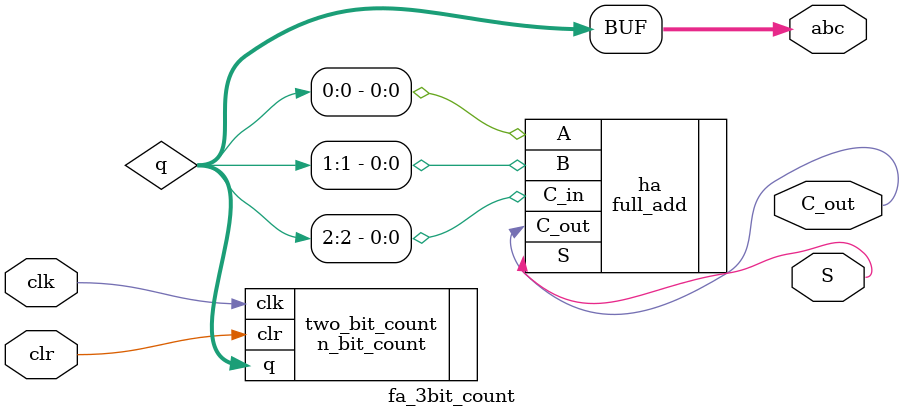
<source format=v>
`timescale 1ns / 1ps


module fa_3bit_count(
    //full adder vars
    output S,
    output C_out,

    //3 bit counter vars
    input clk,
    input clr,
    output [2:0] abc
    );
    wire[2:0] q;
    assign abc = q; //so that we can see the inputs
    
    n_bit_count #(.N(3)) two_bit_count(.clk(clk),.clr(clr), .q(q));
    full_add ha(.A(q[0]),.B(q[1]),.C_in(q[2]),.C_out(C_out),.S(S));


endmodule

</source>
